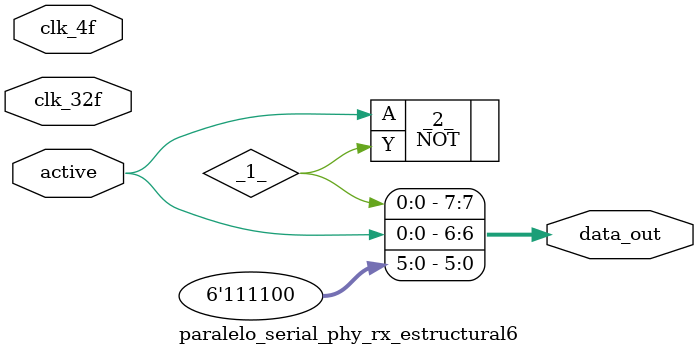
<source format=v>
/* Generated by Yosys 0.7 (git sha1 61f6811, gcc 6.2.0-11ubuntu1 -O2 -fdebug-prefix-map=/build/yosys-OIL3SR/yosys-0.7=. -fstack-protector-strong -fPIC -Os) */

(* top =  1  *)
(* src = "paralelo_serial_phy_rx.v:1" *)
module paralelo_serial_phy_rx_estructural6(data_out, clk_4f, clk_32f, active);
  wire _0_;
  wire _1_;
  (* src = "paralelo_serial_phy_rx.v:5" *)
  input active;
  (* src = "paralelo_serial_phy_rx.v:4" *)
  input clk_32f;
  (* src = "paralelo_serial_phy_rx.v:3" *)
  input clk_4f;
  (* src = "paralelo_serial_phy_rx.v:2" *)
  output [7:0] data_out;
  NOT _2_ (
    .A(_0_),
    .Y(_1_)
  );
  assign data_out[6:0] = { active, 6'b111100 };
  assign _0_ = active;
  assign data_out[7] = _1_;
endmodule

</source>
